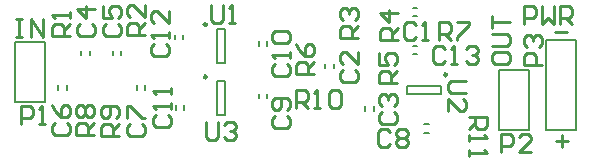
<source format=gto>
G04 Layer_Color=65535*
%FSLAX25Y25*%
%MOIN*%
G70*
G01*
G75*
%ADD27C,0.00984*%
%ADD28C,0.00787*%
%ADD29C,0.01000*%
D27*
X145807Y28543D02*
G03*
X145807Y28543I-492J0D01*
G01*
X65847Y45315D02*
G03*
X65847Y45315I-492J0D01*
G01*
Y27795D02*
G03*
X65847Y27795I-492J0D01*
G01*
D28*
X189055Y9961D02*
Y39961D01*
X179055D02*
X189055D01*
X179055Y9961D02*
Y39961D01*
Y9961D02*
X189055D01*
X163307Y10197D02*
X173307D01*
X163307D02*
Y30197D01*
X173307D01*
Y10197D02*
Y30197D01*
X134449Y48031D02*
X136024D01*
X134449Y50787D02*
X136024D01*
X134449Y35433D02*
X136024D01*
X134449Y38189D02*
X136024D01*
X138189Y9252D02*
X139764D01*
X138189Y12008D02*
X139764D01*
X143898Y22008D02*
Y24764D01*
X132480Y22008D02*
Y24764D01*
X143898D01*
X132480Y22008D02*
X143898D01*
X118701Y16535D02*
Y18110D01*
X121457Y16535D02*
Y18110D01*
X105315Y30709D02*
Y32283D01*
X108071Y30709D02*
Y32283D01*
X85827Y38189D02*
Y39764D01*
X83071Y38189D02*
Y39764D01*
X55118Y40354D02*
Y41929D01*
X57874Y40354D02*
Y41929D01*
X85827Y20669D02*
Y22244D01*
X83071Y20669D02*
Y22244D01*
X58268Y16929D02*
Y18504D01*
X55512Y16929D02*
Y18504D01*
X69134Y43898D02*
X71890D01*
X69134Y32480D02*
X71890D01*
X69134D02*
Y43898D01*
X71890Y32480D02*
Y43898D01*
X69134Y26378D02*
X71890D01*
X69134Y14961D02*
X71890D01*
X69134D02*
Y26378D01*
X71890Y14961D02*
Y26378D01*
X45276Y23425D02*
Y25000D01*
X42520Y23425D02*
Y25000D01*
X34449Y35039D02*
Y36614D01*
X37205Y35039D02*
Y36614D01*
X24016Y35039D02*
Y36614D01*
X26772Y35039D02*
Y36614D01*
X1992Y39492D02*
X11992D01*
Y19492D02*
Y39492D01*
X1992Y19492D02*
X11992D01*
X1992D02*
Y39492D01*
X16339Y23425D02*
Y25000D01*
X19094Y23425D02*
Y25000D01*
D29*
X145337Y37282D02*
X144338Y38282D01*
X142338D01*
X141339Y37282D01*
Y33283D01*
X142338Y32283D01*
X144338D01*
X145337Y33283D01*
X147337Y32283D02*
X149336D01*
X148336D01*
Y38282D01*
X147337Y37282D01*
X152335D02*
X153335Y38282D01*
X155334D01*
X156334Y37282D01*
Y36282D01*
X155334Y35282D01*
X154334D01*
X155334D01*
X156334Y34283D01*
Y33283D01*
X155334Y32283D01*
X153335D01*
X152335Y33283D01*
X126833Y9329D02*
X125834Y10329D01*
X123834D01*
X122835Y9329D01*
Y5330D01*
X123834Y4331D01*
X125834D01*
X126833Y5330D01*
X128833Y9329D02*
X129832Y10329D01*
X131832D01*
X132831Y9329D01*
Y8329D01*
X131832Y7330D01*
X132831Y6330D01*
Y5330D01*
X131832Y4331D01*
X129832D01*
X128833Y5330D01*
Y6330D01*
X129832Y7330D01*
X128833Y8329D01*
Y9329D01*
X129832Y7330D02*
X131832D01*
X65551Y12888D02*
Y7889D01*
X66551Y6890D01*
X68550D01*
X69550Y7889D01*
Y12888D01*
X71549Y11888D02*
X72549Y12888D01*
X74548D01*
X75548Y11888D01*
Y10888D01*
X74548Y9889D01*
X73549D01*
X74548D01*
X75548Y8889D01*
Y7889D01*
X74548Y6890D01*
X72549D01*
X71549Y7889D01*
X152258Y26575D02*
X147259D01*
X146260Y25575D01*
Y23576D01*
X147259Y22576D01*
X152258D01*
X146260Y16578D02*
Y20577D01*
X150259Y16578D01*
X151258D01*
X152258Y17578D01*
Y19577D01*
X151258Y20577D01*
X67323Y51864D02*
Y46866D01*
X68322Y45866D01*
X70322D01*
X71321Y46866D01*
Y51864D01*
X73321Y45866D02*
X75320D01*
X74321D01*
Y51864D01*
X73321Y50864D01*
X153347Y14567D02*
X159344D01*
Y11568D01*
X158345Y10568D01*
X156345D01*
X155346Y11568D01*
Y14567D01*
Y12568D02*
X153347Y10568D01*
Y8569D02*
Y6570D01*
Y7569D01*
X159344D01*
X158345Y8569D01*
X153347Y3571D02*
Y1571D01*
Y2571D01*
X159344D01*
X158345Y3571D01*
X95472Y17520D02*
Y23518D01*
X98471D01*
X99471Y22518D01*
Y20519D01*
X98471Y19519D01*
X95472D01*
X97472D02*
X99471Y17520D01*
X101470D02*
X103470D01*
X102470D01*
Y23518D01*
X101470Y22518D01*
X106469D02*
X107469Y23518D01*
X109468D01*
X110468Y22518D01*
Y18519D01*
X109468Y17520D01*
X107469D01*
X106469Y18519D01*
Y22518D01*
X36614Y8268D02*
X30616D01*
Y11267D01*
X31616Y12266D01*
X33615D01*
X34615Y11267D01*
Y8268D01*
Y10267D02*
X36614Y12266D01*
X35614Y14266D02*
X36614Y15266D01*
Y17265D01*
X35614Y18264D01*
X31616D01*
X30616Y17265D01*
Y15266D01*
X31616Y14266D01*
X32616D01*
X33615Y15266D01*
Y18264D01*
X28354Y8437D02*
X22356D01*
Y11436D01*
X23356Y12436D01*
X25355D01*
X26355Y11436D01*
Y8437D01*
Y10436D02*
X28354Y12436D01*
X23356Y14435D02*
X22356Y15435D01*
Y17434D01*
X23356Y18434D01*
X24356D01*
X25355Y17434D01*
X26355Y18434D01*
X27355D01*
X28354Y17434D01*
Y15435D01*
X27355Y14435D01*
X26355D01*
X25355Y15435D01*
X24356Y14435D01*
X23356D01*
X25355Y15435D02*
Y17434D01*
X143110Y40157D02*
Y46156D01*
X146109D01*
X147109Y45156D01*
Y43156D01*
X146109Y42157D01*
X143110D01*
X145110D02*
X147109Y40157D01*
X149108Y46156D02*
X153107D01*
Y45156D01*
X149108Y41157D01*
Y40157D01*
X101575Y28740D02*
X95577D01*
Y31739D01*
X96576Y32739D01*
X98576D01*
X99576Y31739D01*
Y28740D01*
Y30740D02*
X101575Y32739D01*
X95577Y38737D02*
X96576Y36738D01*
X98576Y34738D01*
X100575D01*
X101575Y35738D01*
Y37737D01*
X100575Y38737D01*
X99576D01*
X98576Y37737D01*
Y34738D01*
X129331Y25787D02*
X123333D01*
Y28786D01*
X124332Y29786D01*
X126332D01*
X127331Y28786D01*
Y25787D01*
Y27787D02*
X129331Y29786D01*
X123333Y35784D02*
Y31786D01*
X126332D01*
X125332Y33785D01*
Y34784D01*
X126332Y35784D01*
X128331D01*
X129331Y34784D01*
Y32785D01*
X128331Y31786D01*
X129528Y40157D02*
X123530D01*
Y43156D01*
X124529Y44156D01*
X126529D01*
X127528Y43156D01*
Y40157D01*
Y42157D02*
X129528Y44156D01*
Y49155D02*
X123530D01*
X126529Y46156D01*
Y50154D01*
X116142Y40748D02*
X110144D01*
Y43747D01*
X111143Y44747D01*
X113143D01*
X114142Y43747D01*
Y40748D01*
Y42747D02*
X116142Y44747D01*
X111143Y46746D02*
X110144Y47746D01*
Y49745D01*
X111143Y50745D01*
X112143D01*
X113143Y49745D01*
Y48745D01*
Y49745D01*
X114142Y50745D01*
X115142D01*
X116142Y49745D01*
Y47746D01*
X115142Y46746D01*
X45276Y41732D02*
X39277D01*
Y44731D01*
X40277Y45731D01*
X42277D01*
X43276Y44731D01*
Y41732D01*
Y43732D02*
X45276Y45731D01*
Y51729D02*
Y47730D01*
X41277Y51729D01*
X40277D01*
X39277Y50729D01*
Y48730D01*
X40277Y47730D01*
X20276Y41535D02*
X14277D01*
Y44535D01*
X15277Y45534D01*
X17277D01*
X18276Y44535D01*
Y41535D01*
Y43535D02*
X20276Y45534D01*
Y47534D02*
Y49533D01*
Y48533D01*
X14277D01*
X15277Y47534D01*
X177559Y31693D02*
X171561D01*
Y34692D01*
X172561Y35692D01*
X174560D01*
X175560Y34692D01*
Y31693D01*
X172561Y37691D02*
X171561Y38691D01*
Y40690D01*
X172561Y41690D01*
X173560D01*
X174560Y40690D01*
Y39690D01*
Y40690D01*
X175560Y41690D01*
X176559D01*
X177559Y40690D01*
Y38691D01*
X176559Y37691D01*
X163779Y2756D02*
Y8754D01*
X166779D01*
X167778Y7754D01*
Y5755D01*
X166779Y4755D01*
X163779D01*
X173776Y2756D02*
X169778D01*
X173776Y6755D01*
Y7754D01*
X172777Y8754D01*
X170777D01*
X169778Y7754D01*
X3740Y12008D02*
Y18006D01*
X6739D01*
X7739Y17006D01*
Y15007D01*
X6739Y14007D01*
X3740D01*
X9738Y12008D02*
X11738D01*
X10738D01*
Y18006D01*
X9738Y17006D01*
X48348Y38644D02*
X47348Y37645D01*
Y35645D01*
X48348Y34646D01*
X52347D01*
X53347Y35645D01*
Y37645D01*
X52347Y38644D01*
X53347Y40644D02*
Y42643D01*
Y41643D01*
X47348D01*
X48348Y40644D01*
X53347Y49641D02*
Y45642D01*
X49348Y49641D01*
X48348D01*
X47348Y48641D01*
Y46642D01*
X48348Y45642D01*
X48742Y15022D02*
X47742Y14023D01*
Y12023D01*
X48742Y11024D01*
X52741D01*
X53740Y12023D01*
Y14023D01*
X52741Y15022D01*
X53740Y17022D02*
Y19021D01*
Y18021D01*
X47742D01*
X48742Y17022D01*
X53740Y22020D02*
Y24019D01*
Y23020D01*
X47742D01*
X48742Y22020D01*
X88702Y32148D02*
X87703Y31149D01*
Y29149D01*
X88702Y28150D01*
X92701D01*
X93701Y29149D01*
Y31149D01*
X92701Y32148D01*
X93701Y34148D02*
Y36147D01*
Y35147D01*
X87703D01*
X88702Y34148D01*
Y39146D02*
X87703Y40146D01*
Y42145D01*
X88702Y43145D01*
X92701D01*
X93701Y42145D01*
Y40146D01*
X92701Y39146D01*
X88702D01*
Y14826D02*
X87703Y13826D01*
Y11827D01*
X88702Y10827D01*
X92701D01*
X93701Y11827D01*
Y13826D01*
X92701Y14826D01*
Y16825D02*
X93701Y17824D01*
Y19824D01*
X92701Y20824D01*
X88702D01*
X87703Y19824D01*
Y17824D01*
X88702Y16825D01*
X89702D01*
X90702Y17824D01*
Y20824D01*
X40080Y12266D02*
X39081Y11267D01*
Y9267D01*
X40080Y8268D01*
X44079D01*
X45079Y9267D01*
Y11267D01*
X44079Y12266D01*
X39081Y14266D02*
Y18264D01*
X40080D01*
X44079Y14266D01*
X45079D01*
X15080Y12463D02*
X14081Y11464D01*
Y9464D01*
X15080Y8465D01*
X19079D01*
X20079Y9464D01*
Y11464D01*
X19079Y12463D01*
X14081Y18461D02*
X15080Y16462D01*
X17080Y14463D01*
X19079D01*
X20079Y15462D01*
Y17462D01*
X19079Y18461D01*
X18079D01*
X17080Y17462D01*
Y14463D01*
X32206Y45534D02*
X31207Y44535D01*
Y42535D01*
X32206Y41535D01*
X36205D01*
X37205Y42535D01*
Y44535D01*
X36205Y45534D01*
X31207Y51532D02*
Y47534D01*
X34206D01*
X33206Y49533D01*
Y50533D01*
X34206Y51532D01*
X36205D01*
X37205Y50533D01*
Y48533D01*
X36205Y47534D01*
X23545Y45534D02*
X22545Y44535D01*
Y42535D01*
X23545Y41535D01*
X27544D01*
X28543Y42535D01*
Y44535D01*
X27544Y45534D01*
X28543Y50533D02*
X22545D01*
X25544Y47534D01*
Y51532D01*
X124332Y16203D02*
X123333Y15204D01*
Y13204D01*
X124332Y12205D01*
X128331D01*
X129331Y13204D01*
Y15204D01*
X128331Y16203D01*
X124332Y18203D02*
X123333Y19203D01*
Y21202D01*
X124332Y22201D01*
X125332D01*
X126332Y21202D01*
Y20202D01*
Y21202D01*
X127331Y22201D01*
X128331D01*
X129331Y21202D01*
Y19203D01*
X128331Y18203D01*
X111143Y30180D02*
X110144Y29180D01*
Y27181D01*
X111143Y26181D01*
X115142D01*
X116142Y27181D01*
Y29180D01*
X115142Y30180D01*
X116142Y36178D02*
Y32179D01*
X112143Y36178D01*
X111143D01*
X110144Y35178D01*
Y33179D01*
X111143Y32179D01*
X135495Y45156D02*
X134495Y46156D01*
X132496D01*
X131496Y45156D01*
Y41157D01*
X132496Y40157D01*
X134495D01*
X135495Y41157D01*
X137494Y40157D02*
X139494D01*
X138494D01*
Y46156D01*
X137494Y45156D01*
X2165Y47140D02*
X4165D01*
X3165D01*
Y41142D01*
X2165D01*
X4165D01*
X7164D02*
Y47140D01*
X11162Y41142D01*
Y47140D01*
X171653Y45472D02*
Y51471D01*
X174653D01*
X175652Y50471D01*
Y48472D01*
X174653Y47472D01*
X171653D01*
X177652Y51471D02*
Y45472D01*
X179651Y47472D01*
X181650Y45472D01*
Y51471D01*
X183650Y45472D02*
Y51471D01*
X186649D01*
X187648Y50471D01*
Y48472D01*
X186649Y47472D01*
X183650D01*
X185649D02*
X187648Y45472D01*
X186024Y42867D02*
X182025D01*
X184206Y4331D02*
Y8329D01*
X182206Y6330D02*
X186205D01*
X160931Y35086D02*
Y33086D01*
X161931Y32087D01*
X165929D01*
X166929Y33086D01*
Y35086D01*
X165929Y36085D01*
X161931D01*
X160931Y35086D01*
Y38085D02*
X165929D01*
X166929Y39084D01*
Y41084D01*
X165929Y42083D01*
X160931D01*
Y44083D02*
Y48081D01*
Y46082D01*
X166929D01*
M02*

</source>
